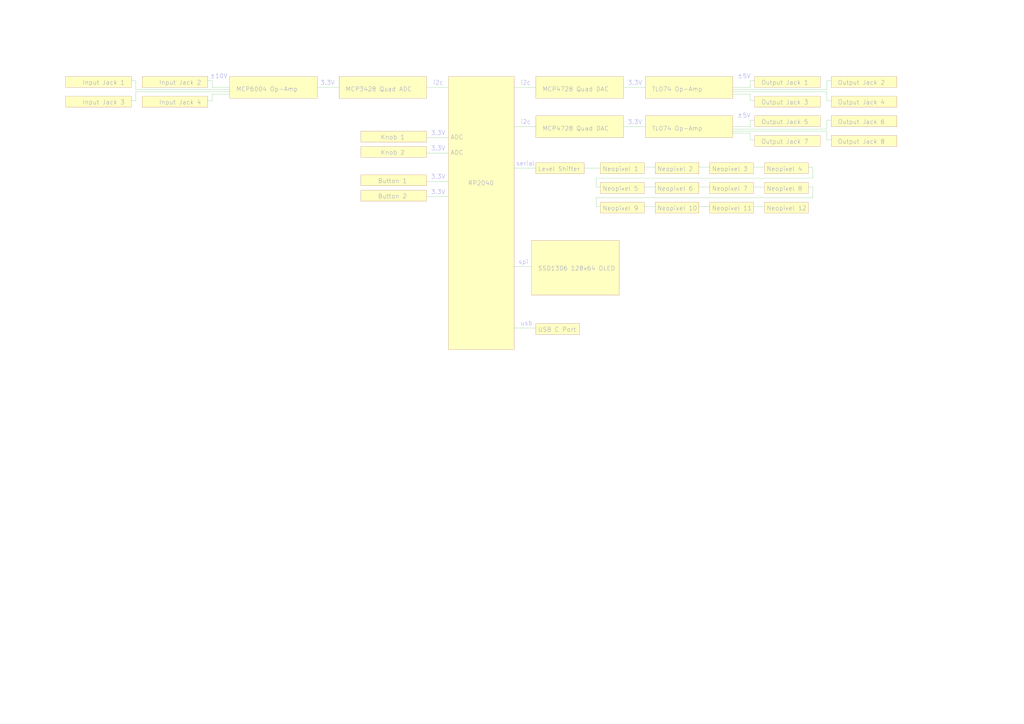
<source format=kicad_sch>
(kicad_sch (version 20230121) (generator eeschema)
  (paper "A0")
  (title_block (title "EuroPi X") (date "2023-04-17") (company "Allen Synthesis") (comment 1 "INCOMPLETE"))
  (lib_symbols)
  (wire (pts (xy 850.9 147.32) (xy 871.22 147.32)))
  (wire (pts (xy 692.15 229.87) (xy 692.15 240.03)))
  (wire (pts (xy 875.03 217.17) (xy 887.73 217.17)))
  (wire (pts (xy 368.3 101.6) (xy 393.7 101.6)))
  (wire (pts (xy 723.9 101.6) (xy 749.3 101.6)))
  (wire (pts (xy 871.22 101.6) (xy 871.22 93.98)))
  (wire (pts (xy 811.53 217.17) (xy 824.23 217.17)))
  (wire (pts (xy 850.9 154.94) (xy 871.22 154.94)))
  (wire (pts (xy 871.22 154.94) (xy 871.22 162.56)))
  (wire (pts (xy 850.9 152.4) (xy 960.12 152.4)))
  (wire (pts (xy 960.12 162.56) (xy 965.2 162.56)))
  (wire (pts (xy 596.9 147.32) (xy 622.3 147.32)))
  (wire (pts (xy 692.15 217.17) (xy 697.23 217.17)))
  (wire (pts (xy 960.12 104.14) (xy 960.12 93.98)))
  (wire (pts (xy 960.12 139.7) (xy 965.2 139.7)))
  (wire (pts (xy 871.22 162.56) (xy 876.3 162.56)))
  (wire (pts (xy 811.53 194.31) (xy 824.23 194.31)))
  (wire (pts (xy 246.38 101.6) (xy 246.38 93.98)))
  (wire (pts (xy 266.7 104.14) (xy 157.48 104.14)))
  (wire (pts (xy 692.15 240.03) (xy 697.23 240.03)))
  (wire (pts (xy 960.12 93.98) (xy 965.2 93.98)))
  (wire (pts (xy 875.03 194.31) (xy 887.73 194.31)))
  (wire (pts (xy 850.9 101.6) (xy 871.22 101.6)))
  (wire (pts (xy 871.22 116.84) (xy 876.3 116.84)))
  (wire (pts (xy 748.03 194.31) (xy 760.73 194.31)))
  (wire (pts (xy 596.9 381) (xy 622.3 381)))
  (wire (pts (xy 678.18 195.58) (xy 697.23 195.58)))
  (wire (pts (xy 748.03 240.03) (xy 760.73 240.03)))
  (wire (pts (xy 871.22 139.7) (xy 876.3 139.7)))
  (wire (pts (xy 246.38 109.22) (xy 246.38 116.84)))
  (wire (pts (xy 811.53 240.03) (xy 824.23 240.03)))
  (wire (pts (xy 871.22 147.32) (xy 871.22 139.7)))
  (wire (pts (xy 850.9 149.86) (xy 960.12 149.86)))
  (wire (pts (xy 723.9 147.32) (xy 749.3 147.32)))
  (wire (pts (xy 596.9 101.6) (xy 622.3 101.6)))
  (wire (pts (xy 875.03 240.03) (xy 887.73 240.03)))
  (wire (pts (xy 960.12 149.86) (xy 960.12 139.7)))
  (wire (pts (xy 871.22 109.22) (xy 871.22 116.84)))
  (wire (pts (xy 596.9 309.88) (xy 617.22 309.88)))
  (wire (pts (xy 266.7 109.22) (xy 246.38 109.22)))
  (wire (pts (xy 495.3 210.82) (xy 520.7 210.82)))
  (wire (pts (xy 850.9 104.14) (xy 960.12 104.14)))
  (wire (pts (xy 246.38 93.98) (xy 241.3 93.98)))
  (wire (pts (xy 850.9 109.22) (xy 871.22 109.22)))
  (wire (pts (xy 157.48 106.68) (xy 157.48 116.84)))
  (wire (pts (xy 871.22 93.98) (xy 876.3 93.98)))
  (wire (pts (xy 960.12 116.84) (xy 965.2 116.84)))
  (wire (pts (xy 943.61 229.87) (xy 692.15 229.87)))
  (wire (pts (xy 943.61 194.31) (xy 943.61 207.01)))
  (wire (pts (xy 850.9 106.68) (xy 960.12 106.68)))
  (wire (pts (xy 748.03 217.17) (xy 760.73 217.17)))
  (wire (pts (xy 692.15 207.01) (xy 692.15 217.17)))
  (wire (pts (xy 495.3 160.02) (xy 520.7 160.02)))
  (wire (pts (xy 246.38 116.84) (xy 241.3 116.84)))
  (wire (pts (xy 266.7 101.6) (xy 246.38 101.6)))
  (wire (pts (xy 157.48 93.98) (xy 152.4 93.98)))
  (wire (pts (xy 938.53 217.17) (xy 943.61 217.17)))
  (wire (pts (xy 596.9 195.58) (xy 622.3 195.58)))
  (wire (pts (xy 157.48 104.14) (xy 157.48 93.98)))
  (wire (pts (xy 960.12 152.4) (xy 960.12 162.56)))
  (wire (pts (xy 943.61 217.17) (xy 943.61 229.87)))
  (wire (pts (xy 938.53 194.31) (xy 943.61 194.31)))
  (wire (pts (xy 495.3 228.6) (xy 520.7 228.6)))
  (wire (pts (xy 495.3 177.8) (xy 520.7 177.8)))
  (wire (pts (xy 960.12 106.68) (xy 960.12 116.84)))
  (wire (pts (xy 943.61 207.01) (xy 692.15 207.01)))
  (wire (pts (xy 157.48 116.84) (xy 152.4 116.84)))
  (wire (pts (xy 266.7 106.68) (xy 157.48 106.68)))
  (wire (pts (xy 495.3 101.6) (xy 520.7 101.6)))
  (rectangle (start 876.3 111.76) (end 952.5 124.46) (stroke (width 0) (color 132 0 0 1)) (fill (type color) (color 255 255 194 1)))
  (rectangle (start 76.2 101.6) (end 152.4 88.9) (stroke (width 0) (color 132 0 0 1)) (fill (type color) (color 255 255 194 1)))
  (rectangle (start 622.3 88.9) (end 723.9 114.3) (stroke (width 0) (color 132 0 0 1)) (fill (type color) (color 255 255 194 1)))
  (rectangle (start 876.3 134.62) (end 952.5 147.32) (stroke (width 0) (color 132 0 0 1)) (fill (type color) (color 255 255 194 1)))
  (rectangle (start 749.3 134.62) (end 850.9 160.02) (stroke (width 0) (color 132 0 0 1)) (fill (type color) (color 255 255 194 1)))
  (rectangle (start 419.1 182.88) (end 495.3 170.18) (stroke (width 0) (color 132 0 0 1)) (fill (type color) (color 255 255 194 1)))
  (rectangle (start 824.23 189.23) (end 875.03 201.93) (stroke (width 0) (color 132 0 0 1)) (fill (type color) (color 255 255 194 1)))
  (rectangle (start 965.2 111.76) (end 1041.4 124.46) (stroke (width 0) (color 132 0 0 1)) (fill (type color) (color 255 255 194 1)))
  (rectangle (start 419.1 203.2) (end 495.3 215.9) (stroke (width 0) (color 132 0 0 1)) (fill (type color) (color 255 255 194 1)))
  (rectangle (start 393.7 88.9) (end 495.3 114.3) (stroke (width 0) (color 132 0 0 1)) (fill (type color) (color 255 255 194 1)))
  (rectangle (start 697.23 189.23) (end 748.03 201.93) (stroke (width 0) (color 132 0 0 1)) (fill (type color) (color 255 255 194 1)))
  (rectangle (start 760.73 189.23) (end 811.53 201.93) (stroke (width 0) (color 132 0 0 1)) (fill (type color) (color 255 255 194 1)))
  (rectangle (start 760.73 234.95) (end 811.53 247.65) (stroke (width 0) (color 132 0 0 1)) (fill (type color) (color 255 255 194 1)))
  (rectangle (start 76.2 124.46) (end 152.4 111.76) (stroke (width 0) (color 132 0 0 1)) (fill (type color) (color 255 255 194 1)))
  (rectangle (start 622.3 189.23) (end 678.18 201.93) (stroke (width 0) (color 132 0 0 1)) (fill (type color) (color 255 255 194 1)))
  (rectangle (start 419.1 165.1) (end 495.3 152.4) (stroke (width 0) (color 132 0 0 1)) (fill (type color) (color 255 255 194 1)))
  (rectangle (start 165.1 124.46) (end 241.3 111.76) (stroke (width 0) (color 132 0 0 1)) (fill (type color) (color 255 255 194 1)))
  (rectangle (start 697.23 234.95) (end 748.03 247.65) (stroke (width 0) (color 132 0 0 1)) (fill (type color) (color 255 255 194 1)))
  (rectangle (start 876.3 157.48) (end 952.5 170.18) (stroke (width 0) (color 132 0 0 1)) (fill (type color) (color 255 255 194 1)))
  (rectangle (start 419.1 233.68) (end 495.3 220.98) (stroke (width 0) (color 132 0 0 1)) (fill (type color) (color 255 255 194 1)))
  (rectangle (start 887.73 234.95) (end 938.53 247.65) (stroke (width 0) (color 132 0 0 1)) (fill (type color) (color 255 255 194 1)))
  (rectangle (start 622.3 375.92) (end 673.1 388.62) (stroke (width 0) (color 132 0 0 1)) (fill (type color) (color 255 255 194 1)))
  (rectangle (start 760.73 212.09) (end 811.53 224.79) (stroke (width 0) (color 132 0 0 1)) (fill (type color) (color 255 255 194 1)))
  (rectangle (start 520.7 88.9) (end 596.9 406.4) (stroke (width 0) (color 132 0 0 1)) (fill (type color) (color 255 255 194 1)))
  (rectangle (start 749.3 88.9) (end 850.9 114.3) (stroke (width 0) (color 132 0 0 1)) (fill (type color) (color 255 255 194 1)))
  (rectangle (start 622.3 134.62) (end 723.9 160.02) (stroke (width 0) (color 132 0 0 1)) (fill (type color) (color 255 255 194 1)))
  (rectangle (start 824.23 234.95) (end 875.03 247.65) (stroke (width 0) (color 132 0 0 1)) (fill (type color) (color 255 255 194 1)))
  (rectangle (start 165.1 88.9) (end 241.3 101.6) (stroke (width 0) (color 132 0 0 1)) (fill (type color) (color 255 255 194 1)))
  (rectangle (start 887.73 189.23) (end 938.53 201.93) (stroke (width 0) (color 132 0 0 1)) (fill (type color) (color 255 255 194 1)))
  (rectangle (start 965.2 134.62) (end 1041.4 147.32) (stroke (width 0) (color 132 0 0 1)) (fill (type color) (color 255 255 194 1)))
  (rectangle (start 876.3 88.9) (end 952.5 101.6) (stroke (width 0) (color 132 0 0 1)) (fill (type color) (color 255 255 194 1)))
  (rectangle (start 824.23 212.09) (end 875.03 224.79) (stroke (width 0) (color 132 0 0 1)) (fill (type color) (color 255 255 194 1)))
  (rectangle (start 965.2 157.48) (end 1041.4 170.18) (stroke (width 0) (color 132 0 0 1)) (fill (type color) (color 255 255 194 1)))
  (rectangle (start 266.7 88.9) (end 368.3 114.3) (stroke (width 0) (color 132 0 0 1)) (fill (type color) (color 255 255 194 1)))
  (rectangle (start 965.2 88.9) (end 1041.4 101.6) (stroke (width 0) (color 132 0 0 1)) (fill (type color) (color 255 255 194 1)))
  (rectangle (start 887.73 212.09) (end 938.53 224.79) (stroke (width 0) (color 132 0 0 1)) (fill (type color) (color 255 255 194 1)))
  (rectangle (start 617.22 279.4) (end 718.82 342.9) (stroke (width 0) (color 132 0 0 1)) (fill (type color) (color 255 255 194 1)))
  (rectangle (start 697.23 212.09) (end 748.03 224.79) (stroke (width 0) (color 132 0 0 1)) (fill (type color) (color 255 255 194 1)))
  (text "RP2040" (at 543.56 215.9 0) (effects (font (size 5.08 5.08)) (justify left bottom)))
  (text "Neopixel 9" (at 699.77 245.11 0) (effects (font (size 5.08 5.08)) (justify left bottom)))
  (text "USB C Port" (at 624.84 386.08 0) (effects (font (size 5.08 5.08)) (justify left bottom)))
  (text "ADC" (at 523.24 162.56 0) (effects (font (size 5.08 5.08)) (justify left bottom)))
  (text "Level Shifter" (at 624.84 199.39 0) (effects (font (size 5.08 5.08)) (justify left bottom)))
  (text "Neopixel 4" (at 890.27 199.39 0) (effects (font (size 5.08 5.08)) (justify left bottom)))
  (text "Output Jack 7" (at 883.92 167.64 0) (effects (font (size 5.08 5.08)) (justify left bottom)))
  (text "Neopixel 6" (at 763.27 222.25 0) (effects (font (size 5.08 5.08)) (justify left bottom)))
  (text "Neopixel 2" (at 763.27 199.39 0) (effects (font (size 5.08 5.08)) (justify left bottom)))
  (text "MCP4728 Quad DAC" (at 629.92 106.68 0) (effects (font (size 5.08 5.08)) (justify left bottom)))
  (text "TL074 Op-Amp" (at 756.92 152.4 0) (effects (font (size 5.08 5.08)) (justify left bottom)))
  (text "MCP4728 Quad DAC" (at 629.92 152.4 0) (effects (font (size 5.08 5.08)) (justify left bottom)))
  (text "3.3V" (at 728.98 99.06 0) (effects (font (size 5.08 5.08)) (justify left bottom)))
  (text "serial" (at 599.44 193.04 0) (effects (font (size 5.08 5.08)) (justify left bottom)))
  (text "Output Jack 8" (at 972.82 167.64 0) (effects (font (size 5.08 5.08)) (justify left bottom)))
  (text "Neopixel 5" (at 699.77 222.25 0) (effects (font (size 5.08 5.08)) (justify left bottom)))
  (text "Input Jack 2" (at 233.68 99.06 0) (effects (font (size 5.08 5.08)) (justify right bottom)))
  (text "Output Jack 2" (at 972.82 99.06 0) (effects (font (size 5.08 5.08)) (justify left bottom)))
  (text "Input Jack 4" (at 233.68 121.92 0) (effects (font (size 5.08 5.08)) (justify right bottom)))
  (text "±10V" (at 264.16 91.44 0) (effects (font (size 5.08 5.08)) (justify right bottom)))
  (text "Neopixel 10" (at 763.27 245.11 0) (effects (font (size 5.08 5.08)) (justify left bottom)))
  (text "Input Jack 3" (at 144.78 121.92 0) (effects (font (size 5.08 5.08)) (justify right bottom)))
  (text "ADC" (at 523.24 180.34 0) (effects (font (size 5.08 5.08)) (justify left bottom)))
  (text "Knob 2" (at 469.9 180.34 0) (effects (font (size 5.08 5.08)) (justify right bottom)))
  (text "3.3V" (at 388.62 99.06 0) (effects (font (size 5.08 5.08)) (justify right bottom)))
  (text "SSD1306 128x64 OLED" (at 624.84 314.96 0) (effects (font (size 5.08 5.08)) (justify left bottom)))
  (text "Neopixel 7" (at 826.77 222.25 0) (effects (font (size 5.08 5.08)) (justify left bottom)))
  (text "Neopixel 1" (at 699.77 199.39 0) (effects (font (size 5.08 5.08)) (justify left bottom)))
  (text "spi" (at 601.98 307.34 0) (effects (font (size 5.08 5.08)) (justify left bottom)))
  (text "±5V" (at 855.98 91.44 0) (effects (font (size 5.08 5.08)) (justify left bottom)))
  (text "i2c" (at 604.52 99.06 0) (effects (font (size 5.08 5.08)) (justify left bottom)))
  (text "Knob 1" (at 469.9 162.56 0) (effects (font (size 5.08 5.08)) (justify right bottom)))
  (text "Neopixel 12" (at 890.27 245.11 0) (effects (font (size 5.08 5.08)) (justify left bottom)))
  (text "i2c" (at 604.52 144.78 0) (effects (font (size 5.08 5.08)) (justify left bottom)))
  (text "Output Jack 3" (at 883.92 121.92 0) (effects (font (size 5.08 5.08)) (justify left bottom)))
  (text "3.3V" (at 500.38 226.06 0) (effects (font (size 5.08 5.08)) (justify left bottom)))
  (text "Button 1" (at 472.44 213.36 0) (effects (font (size 5.08 5.08)) (justify right bottom)))
  (text "Neopixel 8" (at 890.27 222.25 0) (effects (font (size 5.08 5.08)) (justify left bottom)))
  (text "TL074 Op-Amp" (at 756.92 106.68 0) (effects (font (size 5.08 5.08)) (justify left bottom)))
  (text "Output Jack 5" (at 883.92 144.78 0) (effects (font (size 5.08 5.08)) (justify left bottom)))
  (text "Neopixel 3" (at 826.77 199.39 0) (effects (font (size 5.08 5.08)) (justify left bottom)))
  (text "i2c" (at 502.92 99.06 0) (effects (font (size 5.08 5.08)) (justify left bottom)))
  (text "MCP3428 Quad ADC" (at 401.32 106.68 0) (effects (font (size 5.08 5.08)) (justify left bottom)))
  (text "Input Jack 1" (at 144.78 99.06 0) (effects (font (size 5.08 5.08)) (justify right bottom)))
  (text "±5V" (at 855.98 137.16 0) (effects (font (size 5.08 5.08)) (justify left bottom)))
  (text "Output Jack 6" (at 972.82 144.78 0) (effects (font (size 5.08 5.08)) (justify left bottom)))
  (text "Output Jack 4" (at 972.82 121.92 0) (effects (font (size 5.08 5.08)) (justify left bottom)))
  (text "Output Jack 1" (at 883.92 99.06 0) (effects (font (size 5.08 5.08)) (justify left bottom)))
  (text "MCP6004 Op-Amp" (at 274.32 106.68 0) (effects (font (size 5.08 5.08)) (justify left bottom)))
  (text "Neopixel 11" (at 826.77 245.11 0) (effects (font (size 5.08 5.08)) (justify left bottom)))
  (text "3.3V" (at 500.38 157.48 0) (effects (font (size 5.08 5.08)) (justify left bottom)))
  (text "3.3V" (at 728.98 144.78 0) (effects (font (size 5.08 5.08)) (justify left bottom)))
  (text "Button 2" (at 472.44 231.14 0) (effects (font (size 5.08 5.08)) (justify right bottom)))
  (text "3.3V" (at 500.38 208.28 0) (effects (font (size 5.08 5.08)) (justify left bottom)))
  (text "usb" (at 604.52 378.46 0) (effects (font (size 5.08 5.08)) (justify left bottom)))
  (text "3.3V" (at 500.38 175.26 0) (effects (font (size 5.08 5.08)) (justify left bottom)))
)
</source>
